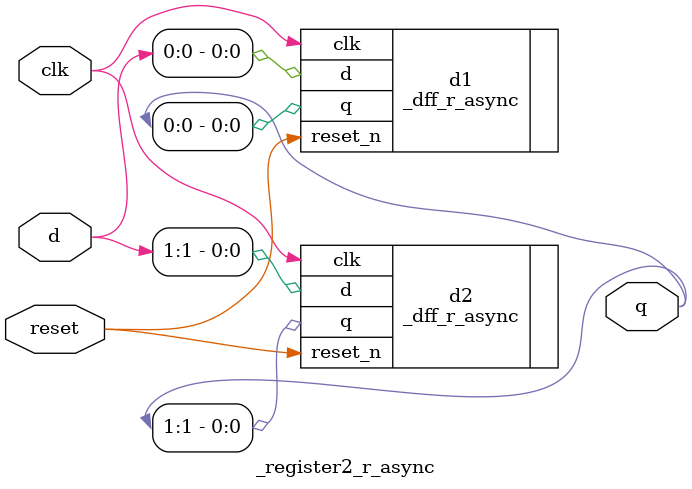
<source format=v>
module _register2_r_async(clk, reset, d, q); // define module
	
	input clk, reset;
	input[1:0] d;
	output[1:0] q;
	
	_dff_r_async d1(.clk(clk),.reset_n(reset),.d(d[0]),.q(q[0]));
	_dff_r_async d2(.clk(clk),.reset_n(reset),.d(d[1]),.q(q[1]));
	
endmodule

</source>
